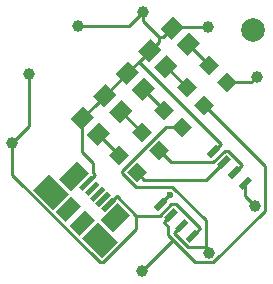
<source format=gbr>
G04 #@! TF.FileFunction,Copper,L1,Top,Signal*
%FSLAX46Y46*%
G04 Gerber Fmt 4.6, Leading zero omitted, Abs format (unit mm)*
G04 Created by KiCad (PCBNEW no-vcs-found-product) date dom 09 ago 2015 15:39:30 CEST*
%MOMM*%
G01*
G04 APERTURE LIST*
%ADD10C,0.200000*%
%ADD11C,1.000760*%
%ADD12C,1.998980*%
%ADD13C,0.600000*%
%ADD14C,0.250000*%
G04 APERTURE END LIST*
D10*
D11*
X209550000Y-84836000D03*
D12*
X209308700Y-69977000D03*
D11*
X199974000Y-90398600D03*
X205600000Y-88823800D03*
X209677000Y-73914000D03*
X205549500Y-69672200D03*
X200025000Y-68453000D03*
X194487800Y-69634100D03*
X190385700Y-73672700D03*
X188976000Y-79502000D03*
D10*
G36*
X204785495Y-72918231D02*
X205633231Y-72070495D01*
X206480967Y-72918231D01*
X205633231Y-73765967D01*
X204785495Y-72918231D01*
X204785495Y-72918231D01*
G37*
G36*
X206269033Y-74401769D02*
X207116769Y-73554033D01*
X207964505Y-74401769D01*
X207116769Y-75249505D01*
X206269033Y-74401769D01*
X206269033Y-74401769D01*
G37*
G36*
X202880495Y-74823231D02*
X203728231Y-73975495D01*
X204575967Y-74823231D01*
X203728231Y-75670967D01*
X202880495Y-74823231D01*
X202880495Y-74823231D01*
G37*
G36*
X204364033Y-76306769D02*
X205211769Y-75459033D01*
X206059505Y-76306769D01*
X205211769Y-77154505D01*
X204364033Y-76306769D01*
X204364033Y-76306769D01*
G37*
G36*
X200975495Y-76728231D02*
X201823231Y-75880495D01*
X202670967Y-76728231D01*
X201823231Y-77575967D01*
X200975495Y-76728231D01*
X200975495Y-76728231D01*
G37*
G36*
X202459033Y-78211769D02*
X203306769Y-77364033D01*
X204154505Y-78211769D01*
X203306769Y-79059505D01*
X202459033Y-78211769D01*
X202459033Y-78211769D01*
G37*
G36*
X199070495Y-78633231D02*
X199918231Y-77785495D01*
X200765967Y-78633231D01*
X199918231Y-79480967D01*
X199070495Y-78633231D01*
X199070495Y-78633231D01*
G37*
G36*
X200554033Y-80116769D02*
X201401769Y-79269033D01*
X202249505Y-80116769D01*
X201401769Y-80964505D01*
X200554033Y-80116769D01*
X200554033Y-80116769D01*
G37*
G36*
X197165495Y-80538231D02*
X198013231Y-79690495D01*
X198860967Y-80538231D01*
X198013231Y-81385967D01*
X197165495Y-80538231D01*
X197165495Y-80538231D01*
G37*
G36*
X198649033Y-82021769D02*
X199496769Y-81174033D01*
X200344505Y-82021769D01*
X199496769Y-82869505D01*
X198649033Y-82021769D01*
X198649033Y-82021769D01*
G37*
G36*
X204790691Y-87187596D02*
X203982468Y-87995819D01*
X203623257Y-87636608D01*
X204431480Y-86828385D01*
X204790691Y-87187596D01*
X204790691Y-87187596D01*
G37*
G36*
X203892666Y-86289571D02*
X203084443Y-87097794D01*
X202725232Y-86738583D01*
X203533455Y-85930360D01*
X203892666Y-86289571D01*
X203892666Y-86289571D01*
G37*
G36*
X202994640Y-85391545D02*
X202186417Y-86199768D01*
X201827206Y-85840557D01*
X202635429Y-85032334D01*
X202994640Y-85391545D01*
X202994640Y-85391545D01*
G37*
G36*
X202096615Y-84493520D02*
X201288392Y-85301743D01*
X200929181Y-84942532D01*
X201737404Y-84134309D01*
X202096615Y-84493520D01*
X202096615Y-84493520D01*
G37*
G36*
X206586743Y-80003392D02*
X205778520Y-80811615D01*
X205419309Y-80452404D01*
X206227532Y-79644181D01*
X206586743Y-80003392D01*
X206586743Y-80003392D01*
G37*
G36*
X207484768Y-80901417D02*
X206676545Y-81709640D01*
X206317334Y-81350429D01*
X207125557Y-80542206D01*
X207484768Y-80901417D01*
X207484768Y-80901417D01*
G37*
G36*
X208382794Y-81799443D02*
X207574571Y-82607666D01*
X207215360Y-82248455D01*
X208023583Y-81440232D01*
X208382794Y-81799443D01*
X208382794Y-81799443D01*
G37*
G36*
X209280819Y-82697468D02*
X208472596Y-83505691D01*
X208113385Y-83146480D01*
X208921608Y-82338257D01*
X209280819Y-82697468D01*
X209280819Y-82697468D01*
G37*
G36*
X203516105Y-69741435D02*
X202456435Y-70801105D01*
X201536857Y-69881527D01*
X202596527Y-68821857D01*
X203516105Y-69741435D01*
X203516105Y-69741435D01*
G37*
G36*
X204863143Y-71088473D02*
X203803473Y-72148143D01*
X202883895Y-71228565D01*
X203943565Y-70168895D01*
X204863143Y-71088473D01*
X204863143Y-71088473D01*
G37*
G36*
X201611105Y-71646435D02*
X200551435Y-72706105D01*
X199631857Y-71786527D01*
X200691527Y-70726857D01*
X201611105Y-71646435D01*
X201611105Y-71646435D01*
G37*
G36*
X202958143Y-72993473D02*
X201898473Y-74053143D01*
X200978895Y-73133565D01*
X202038565Y-72073895D01*
X202958143Y-72993473D01*
X202958143Y-72993473D01*
G37*
G36*
X199706105Y-73551435D02*
X198646435Y-74611105D01*
X197726857Y-73691527D01*
X198786527Y-72631857D01*
X199706105Y-73551435D01*
X199706105Y-73551435D01*
G37*
G36*
X201053143Y-74898473D02*
X199993473Y-75958143D01*
X199073895Y-75038565D01*
X200133565Y-73978895D01*
X201053143Y-74898473D01*
X201053143Y-74898473D01*
G37*
G36*
X197801105Y-75456435D02*
X196741435Y-76516105D01*
X195821857Y-75596527D01*
X196881527Y-74536857D01*
X197801105Y-75456435D01*
X197801105Y-75456435D01*
G37*
G36*
X199148143Y-76803473D02*
X198088473Y-77863143D01*
X197168895Y-76943565D01*
X198228565Y-75883895D01*
X199148143Y-76803473D01*
X199148143Y-76803473D01*
G37*
G36*
X195896105Y-77361435D02*
X194836435Y-78421105D01*
X193916857Y-77501527D01*
X194976527Y-76441857D01*
X195896105Y-77361435D01*
X195896105Y-77361435D01*
G37*
G36*
X197243143Y-78708473D02*
X196183473Y-79768143D01*
X195263895Y-78848565D01*
X196323565Y-77788895D01*
X197243143Y-78708473D01*
X197243143Y-78708473D01*
G37*
G36*
X192631590Y-85388240D02*
X193973240Y-84046590D01*
X194803016Y-84876366D01*
X193461366Y-86218016D01*
X192631590Y-85388240D01*
X192631590Y-85388240D01*
G37*
G36*
X193816984Y-86573634D02*
X195158634Y-85231984D01*
X195988410Y-86061760D01*
X194646760Y-87403410D01*
X193816984Y-86573634D01*
X193816984Y-86573634D01*
G37*
G36*
X194859592Y-87616242D02*
X196201242Y-86274592D01*
X197880550Y-87953900D01*
X196538900Y-89295550D01*
X194859592Y-87616242D01*
X194859592Y-87616242D01*
G37*
G36*
X190739450Y-83496100D02*
X192081100Y-82154450D01*
X193760408Y-83833758D01*
X192418758Y-85175408D01*
X190739450Y-83496100D01*
X190739450Y-83496100D01*
G37*
G36*
X196412278Y-86061759D02*
X197897612Y-84576425D01*
X198939322Y-85618135D01*
X197453988Y-87103469D01*
X196412278Y-86061759D01*
X196412278Y-86061759D01*
G37*
G36*
X192931531Y-82581012D02*
X194416865Y-81095678D01*
X195458575Y-82137388D01*
X193973241Y-83622722D01*
X192931531Y-82581012D01*
X192931531Y-82581012D01*
G37*
G36*
X194624309Y-83253633D02*
X195599564Y-82278378D01*
X195917465Y-82596279D01*
X194942210Y-83571534D01*
X194624309Y-83253633D01*
X194624309Y-83253633D01*
G37*
G36*
X195084099Y-83713422D02*
X196059354Y-82738167D01*
X196377255Y-83056068D01*
X195402000Y-84031323D01*
X195084099Y-83713422D01*
X195084099Y-83713422D01*
G37*
G36*
X195543888Y-84173211D02*
X196519143Y-83197956D01*
X196837044Y-83515857D01*
X195861789Y-84491112D01*
X195543888Y-84173211D01*
X195543888Y-84173211D01*
G37*
G36*
X196003677Y-84633000D02*
X196978932Y-83657745D01*
X197296833Y-83975646D01*
X196321578Y-84950901D01*
X196003677Y-84633000D01*
X196003677Y-84633000D01*
G37*
G36*
X196463466Y-85092790D02*
X197438721Y-84117535D01*
X197756622Y-84435436D01*
X196781367Y-85410691D01*
X196463466Y-85092790D01*
X196463466Y-85092790D01*
G37*
D13*
X202322800Y-83962600D03*
D14*
X205549500Y-69672200D02*
X202665762Y-69672200D01*
X202665762Y-69672200D02*
X202526481Y-69811481D01*
X194487800Y-69634100D02*
X198843900Y-69634100D01*
X198843900Y-69634100D02*
X200025000Y-68453000D01*
X196811500Y-75526500D02*
X196051700Y-76286300D01*
X194906500Y-80325200D02*
X194906500Y-77431500D01*
X195815500Y-81234200D02*
X194906500Y-80325200D01*
X195815500Y-82034000D02*
X195815500Y-81234200D01*
X194906500Y-77431500D02*
X196051700Y-76286300D01*
X202526500Y-69811500D02*
X201766700Y-70571300D01*
X201381300Y-70956600D02*
X201381400Y-70956600D01*
X201381300Y-70571300D02*
X201381300Y-70956600D01*
X200025000Y-69215000D02*
X201381300Y-70571300D01*
X200025000Y-68453000D02*
X200025000Y-69215000D01*
X201766600Y-70571300D02*
X201766700Y-70571300D01*
X201381300Y-70571300D02*
X201766600Y-70571300D01*
X201381300Y-70956700D02*
X201381400Y-70956600D01*
X200621500Y-71716500D02*
X201381300Y-70956700D01*
X200621500Y-71716500D02*
X199861700Y-72476300D01*
X196811500Y-75526500D02*
X198716500Y-73621500D01*
X206003000Y-80227900D02*
X206637100Y-79593800D01*
X199690700Y-72647300D02*
X206637100Y-79593800D01*
X198716500Y-73621500D02*
X199690700Y-72647300D01*
X199690700Y-72647300D02*
X199861700Y-72476300D01*
X197110100Y-84764100D02*
X197827900Y-84046300D01*
X199478000Y-85696500D02*
X197827900Y-84046300D01*
X195988700Y-82207100D02*
X195815500Y-82034000D01*
X199478000Y-85696500D02*
X201435500Y-85696500D01*
X199478000Y-86837900D02*
X199478000Y-85696500D01*
X196668900Y-89647000D02*
X199478000Y-86837900D01*
X196395300Y-89647000D02*
X196668900Y-89647000D01*
X188976000Y-82227700D02*
X196395300Y-89647000D01*
X201435500Y-85696500D02*
X202442200Y-84689800D01*
X202442200Y-84689800D02*
X202788900Y-84689800D01*
X202788900Y-84689800D02*
X204841100Y-86742000D01*
X204841100Y-86742000D02*
X204841100Y-86778000D01*
X202423000Y-81138000D02*
X201401800Y-80116800D01*
X205990900Y-81138000D02*
X202423000Y-81138000D01*
X206957200Y-80171700D02*
X205990900Y-81138000D01*
X207231500Y-80171700D02*
X206957200Y-80171700D01*
X208433200Y-81373400D02*
X207231500Y-80171700D01*
X208433200Y-81389800D02*
X208433200Y-81373400D01*
X207799100Y-82023900D02*
X208433200Y-81389800D01*
X205351400Y-82675600D02*
X200150600Y-82675600D01*
X206901100Y-81125900D02*
X205351400Y-82675600D01*
X199496800Y-82021800D02*
X200150600Y-82675600D01*
X190385700Y-73672700D02*
X190385700Y-78092300D01*
X190385700Y-78092300D02*
X188976000Y-79502000D01*
X195270900Y-82924900D02*
X195988700Y-82207100D01*
X204207000Y-87412100D02*
X204841100Y-86778000D01*
X188976000Y-79502000D02*
X188976000Y-82227700D01*
X203873519Y-71158519D02*
X205633231Y-72918231D01*
X205446800Y-73368210D02*
X205633231Y-73368210D01*
X201968500Y-73063500D02*
X203728200Y-74823200D01*
X200063500Y-74968500D02*
X201823200Y-76728200D01*
X198158500Y-76873500D02*
X199918200Y-78633200D01*
X196253500Y-78778500D02*
X198013200Y-80538200D01*
X207116769Y-74401769D02*
X209189231Y-74401769D01*
X209189231Y-74401769D02*
X209677000Y-73914000D01*
X202268300Y-83962600D02*
X201512900Y-84718000D01*
X202322800Y-83962600D02*
X202268300Y-83962600D01*
X202589500Y-87783100D02*
X204455581Y-89649181D01*
X204455581Y-89649181D02*
X205996184Y-89649181D01*
X205996184Y-89649181D02*
X210375381Y-85269984D01*
X210375381Y-85269984D02*
X210375381Y-81470381D01*
X210375381Y-81470381D02*
X205706347Y-76801347D01*
X205706347Y-76801347D02*
X205211769Y-76306769D01*
X202589500Y-87783100D02*
X199974000Y-90398600D01*
X202172800Y-87366500D02*
X202589500Y-87783100D01*
X202172800Y-86646200D02*
X202172800Y-87366500D01*
X201776800Y-86250200D02*
X202172800Y-86646200D01*
X202410900Y-85616100D02*
X201776800Y-86250200D01*
X203308900Y-86514100D02*
X202674800Y-87148200D01*
X203879100Y-88352500D02*
X202674800Y-87148200D01*
X205333100Y-88352500D02*
X203879100Y-88352500D01*
X205333100Y-88556900D02*
X205333100Y-88352500D01*
X205600000Y-88823800D02*
X205333100Y-88556900D01*
X201992500Y-78211800D02*
X203306800Y-78211800D01*
X198257800Y-81946500D02*
X201992500Y-78211800D01*
X198257800Y-82115900D02*
X198257800Y-81946500D01*
X199398700Y-83256800D02*
X198257800Y-82115900D01*
X202503700Y-83256800D02*
X199398700Y-83256800D01*
X205333100Y-86086200D02*
X202503700Y-83256800D01*
X205333100Y-88352500D02*
X205333100Y-86086200D01*
X208697102Y-82921974D02*
X208697102Y-83983102D01*
X208697102Y-83983102D02*
X209550000Y-84836000D01*
M02*

</source>
